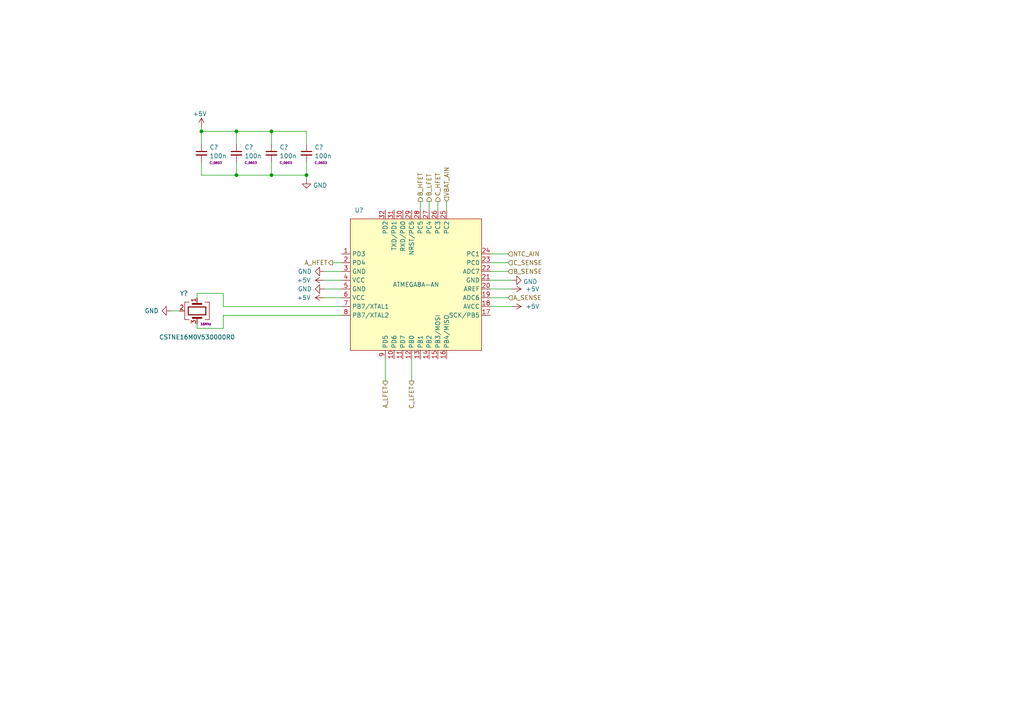
<source format=kicad_sch>
(kicad_sch (version 20211123) (generator eeschema)

  (uuid b20a6510-b808-44af-b31e-38d5700d40c4)

  (paper "A4")

  (lib_symbols
    (symbol "C_Capacitor:C_0603" (pin_numbers hide) (pin_names (offset 1.016)) (in_bom yes) (on_board yes)
      (property "Reference" "C" (id 0) (at 3.175 1.905 0)
        (effects (font (size 1.27 1.27)))
      )
      (property "Value" "C_0603" (id 1) (at 5.715 0 0)
        (effects (font (size 1.27 1.27)))
      )
      (property "Footprint" "C_Capacitor:C_0603" (id 2) (at -3.175 0 90)
        (effects (font (size 1.27 1.27)) hide)
      )
      (property "Datasheet" "" (id 3) (at 2.54 2.54 0)
        (effects (font (size 1.27 1.27)) hide)
      )
      (property "Size" "C_0603" (id 4) (at 4.445 -1.905 0)
        (effects (font (size 0.635 0.635)))
      )
      (symbol "C_0603_1_1"
        (polyline
          (pts
            (xy -1.524 -0.508)
            (xy 1.524 -0.508)
          )
          (stroke (width 0.3302) (type default) (color 0 0 0 0))
          (fill (type none))
        )
        (polyline
          (pts
            (xy -1.524 0.508)
            (xy 1.524 0.508)
          )
          (stroke (width 0.3048) (type default) (color 0 0 0 0))
          (fill (type none))
        )
        (pin passive line (at 0 2.54 270) (length 2.032)
          (name "~" (effects (font (size 1.27 1.27))))
          (number "1" (effects (font (size 1.27 1.27))))
        )
        (pin passive line (at 0 -2.54 90) (length 2.032)
          (name "~" (effects (font (size 1.27 1.27))))
          (number "2" (effects (font (size 1.27 1.27))))
        )
      )
    )
    (symbol "U_MCU:ATMEGA8A-AN" (in_bom yes) (on_board yes)
      (property "Reference" "U" (id 0) (at 1.27 39.37 0)
        (effects (font (size 1.27 1.27)))
      )
      (property "Value" "ATMEGA8A-AN" (id 1) (at 19.05 17.78 0)
        (effects (font (size 1.27 1.27)))
      )
      (property "Footprint" "U_IC:LQFP32_08_7x7" (id 2) (at 19.05 -15.24 0)
        (effects (font (size 1.27 1.27)) hide)
      )
      (property "Datasheet" "https://ww1.microchip.com/downloads/en/DeviceDoc/ATmega8A-Data-Sheet-DS40001974B.pdf" (id 3) (at 19.05 -17.78 0)
        (effects (font (size 1.27 1.27)) hide)
      )
      (property "ki_keywords" "IC MCU 8BIT 8KB FLASH 32TQFP" (id 4) (at 0 0 0)
        (effects (font (size 1.27 1.27)) hide)
      )
      (property "ki_description" "IC MCU 8BIT 8KB FLASH 32TQFP" (id 5) (at 0 0 0)
        (effects (font (size 1.27 1.27)) hide)
      )
      (symbol "ATMEGA8A-AN_0_1"
        (rectangle (start 0 38.1) (end 38.1 0)
          (stroke (width 0) (type default) (color 0 0 0 0))
          (fill (type background))
        )
      )
      (symbol "ATMEGA8A-AN_1_1"
        (pin bidirectional line (at -2.54 27.94 0) (length 2.54)
          (name "PD3" (effects (font (size 1.27 1.27))))
          (number "1" (effects (font (size 1.27 1.27))))
        )
        (pin bidirectional line (at 12.7 -2.54 90) (length 2.54)
          (name "PD6" (effects (font (size 1.27 1.27))))
          (number "10" (effects (font (size 1.27 1.27))))
        )
        (pin bidirectional line (at 15.24 -2.54 90) (length 2.54)
          (name "PD7" (effects (font (size 1.27 1.27))))
          (number "11" (effects (font (size 1.27 1.27))))
        )
        (pin bidirectional line (at 17.78 -2.54 90) (length 2.54)
          (name "PB0" (effects (font (size 1.27 1.27))))
          (number "12" (effects (font (size 1.27 1.27))))
        )
        (pin bidirectional line (at 20.32 -2.54 90) (length 2.54)
          (name "PB1" (effects (font (size 1.27 1.27))))
          (number "13" (effects (font (size 1.27 1.27))))
        )
        (pin bidirectional line (at 22.86 -2.54 90) (length 2.54)
          (name "PB2" (effects (font (size 1.27 1.27))))
          (number "14" (effects (font (size 1.27 1.27))))
        )
        (pin bidirectional line (at 25.4 -2.54 90) (length 2.54)
          (name "PB3/MOSI" (effects (font (size 1.27 1.27))))
          (number "15" (effects (font (size 1.27 1.27))))
        )
        (pin bidirectional line (at 27.94 -2.54 90) (length 2.54)
          (name "PB4/MISO" (effects (font (size 1.27 1.27))))
          (number "16" (effects (font (size 1.27 1.27))))
        )
        (pin power_in line (at 40.64 10.16 180) (length 2.54)
          (name "SCK/PB5" (effects (font (size 1.27 1.27))))
          (number "17" (effects (font (size 1.27 1.27))))
        )
        (pin power_in line (at 40.64 12.7 180) (length 2.54)
          (name "AVCC" (effects (font (size 1.27 1.27))))
          (number "18" (effects (font (size 1.27 1.27))))
        )
        (pin input line (at 40.64 15.24 180) (length 2.54)
          (name "ADC6" (effects (font (size 1.27 1.27))))
          (number "19" (effects (font (size 1.27 1.27))))
        )
        (pin bidirectional line (at -2.54 25.4 0) (length 2.54)
          (name "PD4" (effects (font (size 1.27 1.27))))
          (number "2" (effects (font (size 1.27 1.27))))
        )
        (pin input line (at 40.64 17.78 180) (length 2.54)
          (name "AREF" (effects (font (size 1.27 1.27))))
          (number "20" (effects (font (size 1.27 1.27))))
        )
        (pin power_in line (at 40.64 20.32 180) (length 2.54)
          (name "GND" (effects (font (size 1.27 1.27))))
          (number "21" (effects (font (size 1.27 1.27))))
        )
        (pin input line (at 40.64 22.86 180) (length 2.54)
          (name "ADC7" (effects (font (size 1.27 1.27))))
          (number "22" (effects (font (size 1.27 1.27))))
        )
        (pin bidirectional line (at 40.64 25.4 180) (length 2.54)
          (name "PC0" (effects (font (size 1.27 1.27))))
          (number "23" (effects (font (size 1.27 1.27))))
        )
        (pin bidirectional line (at 40.64 27.94 180) (length 2.54)
          (name "PC1" (effects (font (size 1.27 1.27))))
          (number "24" (effects (font (size 1.27 1.27))))
        )
        (pin bidirectional line (at 27.94 40.64 270) (length 2.54)
          (name "PC2" (effects (font (size 1.27 1.27))))
          (number "25" (effects (font (size 1.27 1.27))))
        )
        (pin bidirectional line (at 25.4 40.64 270) (length 2.54)
          (name "PC3" (effects (font (size 1.27 1.27))))
          (number "26" (effects (font (size 1.27 1.27))))
        )
        (pin bidirectional line (at 22.86 40.64 270) (length 2.54)
          (name "PC4" (effects (font (size 1.27 1.27))))
          (number "27" (effects (font (size 1.27 1.27))))
        )
        (pin bidirectional line (at 20.32 40.64 270) (length 2.54)
          (name "PC5" (effects (font (size 1.27 1.27))))
          (number "28" (effects (font (size 1.27 1.27))))
        )
        (pin bidirectional line (at 17.78 40.64 270) (length 2.54)
          (name "NRST/PC5" (effects (font (size 1.27 1.27))))
          (number "29" (effects (font (size 1.27 1.27))))
        )
        (pin power_in line (at -2.54 22.86 0) (length 2.54)
          (name "GND" (effects (font (size 1.27 1.27))))
          (number "3" (effects (font (size 1.27 1.27))))
        )
        (pin bidirectional line (at 15.24 40.64 270) (length 2.54)
          (name "RXD/PD0" (effects (font (size 1.27 1.27))))
          (number "30" (effects (font (size 1.27 1.27))))
        )
        (pin bidirectional line (at 12.7 40.64 270) (length 2.54)
          (name "TXD/PD1" (effects (font (size 1.27 1.27))))
          (number "31" (effects (font (size 1.27 1.27))))
        )
        (pin bidirectional line (at 10.16 40.64 270) (length 2.54)
          (name "PD2" (effects (font (size 1.27 1.27))))
          (number "32" (effects (font (size 1.27 1.27))))
        )
        (pin power_in line (at -2.54 20.32 0) (length 2.54)
          (name "VCC" (effects (font (size 1.27 1.27))))
          (number "4" (effects (font (size 1.27 1.27))))
        )
        (pin power_in line (at -2.54 17.78 0) (length 2.54)
          (name "GND" (effects (font (size 1.27 1.27))))
          (number "5" (effects (font (size 1.27 1.27))))
        )
        (pin power_in line (at -2.54 15.24 0) (length 2.54)
          (name "VCC" (effects (font (size 1.27 1.27))))
          (number "6" (effects (font (size 1.27 1.27))))
        )
        (pin bidirectional line (at -2.54 12.7 0) (length 2.54)
          (name "PB7/XTAL1" (effects (font (size 1.27 1.27))))
          (number "7" (effects (font (size 1.27 1.27))))
        )
        (pin bidirectional line (at -2.54 10.16 0) (length 2.54)
          (name "PB7/XTAL2" (effects (font (size 1.27 1.27))))
          (number "8" (effects (font (size 1.27 1.27))))
        )
        (pin bidirectional line (at 10.16 -2.54 90) (length 2.54)
          (name "PD5" (effects (font (size 1.27 1.27))))
          (number "9" (effects (font (size 1.27 1.27))))
        )
      )
    )
    (symbol "Y_Oscillator:CSTNE16M0V530000R0" (pin_names hide) (in_bom yes) (on_board yes)
      (property "Reference" "Y" (id 0) (at -2.54 7.62 0)
        (effects (font (size 1.27 1.27)))
      )
      (property "Value" "CSTNE16M0V530000R0" (id 1) (at 0 5.08 0)
        (effects (font (size 1.27 1.27)))
      )
      (property "Footprint" "Y_Oscillator:Oscillator_SMD3_3.2x1.3" (id 2) (at 0 -12.7 0)
        (effects (font (size 1.27 1.27)) hide)
      )
      (property "Datasheet" "https://www.murata.com/en/products/productdata/8801162231838/SPEC-CSTNE16M0V530000R0.pdf" (id 3) (at 0 -12.7 0)
        (effects (font (size 1.27 1.27)) hide)
      )
      (property "Params" "16Mhz" (id 4) (at 6.35 3.81 0)
        (effects (font (size 0.63 0.63)))
      )
      (property "ki_keywords" "CERAMIC RES 16.0000MHZ 15PF SMD" (id 5) (at 0 0 0)
        (effects (font (size 1.27 1.27)) hide)
      )
      (property "ki_description" "CERAMIC RES 16.0000MHZ 15PF SMD" (id 6) (at 0 0 0)
        (effects (font (size 1.27 1.27)) hide)
      )
      (symbol "CSTNE16M0V530000R0_0_1"
        (rectangle (start -1.143 2.54) (end 1.143 -2.54)
          (stroke (width 0.3048) (type default) (color 0 0 0 0))
          (fill (type none))
        )
        (polyline
          (pts
            (xy -2.54 0)
            (xy -2.032 0)
          )
          (stroke (width 0) (type default) (color 0 0 0 0))
          (fill (type none))
        )
        (polyline
          (pts
            (xy -2.032 -1.27)
            (xy -2.032 1.27)
          )
          (stroke (width 0.508) (type default) (color 0 0 0 0))
          (fill (type none))
        )
        (polyline
          (pts
            (xy 0 -3.81)
            (xy 0 -3.556)
          )
          (stroke (width 0) (type default) (color 0 0 0 0))
          (fill (type none))
        )
        (polyline
          (pts
            (xy 2.032 -1.27)
            (xy 2.032 1.27)
          )
          (stroke (width 0.508) (type default) (color 0 0 0 0))
          (fill (type none))
        )
        (polyline
          (pts
            (xy 2.032 0)
            (xy 2.54 0)
          )
          (stroke (width 0) (type default) (color 0 0 0 0))
          (fill (type none))
        )
        (polyline
          (pts
            (xy -2.54 -2.286)
            (xy -2.54 -3.556)
            (xy 2.54 -3.556)
            (xy 2.54 -2.286)
          )
          (stroke (width 0) (type default) (color 0 0 0 0))
          (fill (type none))
        )
        (polyline
          (pts
            (xy -2.54 2.286)
            (xy -2.54 3.556)
            (xy 2.54 3.556)
            (xy 2.54 2.286)
          )
          (stroke (width 0) (type default) (color 0 0 0 0))
          (fill (type none))
        )
      )
      (symbol "CSTNE16M0V530000R0_1_1"
        (pin passive line (at -3.81 0 0) (length 1.27)
          (name "1" (effects (font (size 1.27 1.27))))
          (number "1" (effects (font (size 1.27 1.27))))
        )
        (pin power_in line (at 0 -5.08 90) (length 1.27)
          (name "2" (effects (font (size 1.27 1.27))))
          (number "2" (effects (font (size 1.27 1.27))))
        )
        (pin passive line (at 3.81 0 180) (length 1.27)
          (name "3" (effects (font (size 1.27 1.27))))
          (number "3" (effects (font (size 1.27 1.27))))
        )
      )
    )
    (symbol "power:+5V" (power) (pin_names (offset 0)) (in_bom yes) (on_board yes)
      (property "Reference" "#PWR" (id 0) (at 0 -3.81 0)
        (effects (font (size 1.27 1.27)) hide)
      )
      (property "Value" "+5V" (id 1) (at 0 3.556 0)
        (effects (font (size 1.27 1.27)))
      )
      (property "Footprint" "" (id 2) (at 0 0 0)
        (effects (font (size 1.27 1.27)) hide)
      )
      (property "Datasheet" "" (id 3) (at 0 0 0)
        (effects (font (size 1.27 1.27)) hide)
      )
      (property "ki_keywords" "power-flag" (id 4) (at 0 0 0)
        (effects (font (size 1.27 1.27)) hide)
      )
      (property "ki_description" "Power symbol creates a global label with name \"+5V\"" (id 5) (at 0 0 0)
        (effects (font (size 1.27 1.27)) hide)
      )
      (symbol "+5V_0_1"
        (polyline
          (pts
            (xy -0.762 1.27)
            (xy 0 2.54)
          )
          (stroke (width 0) (type default) (color 0 0 0 0))
          (fill (type none))
        )
        (polyline
          (pts
            (xy 0 0)
            (xy 0 2.54)
          )
          (stroke (width 0) (type default) (color 0 0 0 0))
          (fill (type none))
        )
        (polyline
          (pts
            (xy 0 2.54)
            (xy 0.762 1.27)
          )
          (stroke (width 0) (type default) (color 0 0 0 0))
          (fill (type none))
        )
      )
      (symbol "+5V_1_1"
        (pin power_in line (at 0 0 90) (length 0) hide
          (name "+5V" (effects (font (size 1.27 1.27))))
          (number "1" (effects (font (size 1.27 1.27))))
        )
      )
    )
    (symbol "power:GND" (power) (pin_names (offset 0)) (in_bom yes) (on_board yes)
      (property "Reference" "#PWR" (id 0) (at 0 -6.35 0)
        (effects (font (size 1.27 1.27)) hide)
      )
      (property "Value" "GND" (id 1) (at 0 -3.81 0)
        (effects (font (size 1.27 1.27)))
      )
      (property "Footprint" "" (id 2) (at 0 0 0)
        (effects (font (size 1.27 1.27)) hide)
      )
      (property "Datasheet" "" (id 3) (at 0 0 0)
        (effects (font (size 1.27 1.27)) hide)
      )
      (property "ki_keywords" "power-flag" (id 4) (at 0 0 0)
        (effects (font (size 1.27 1.27)) hide)
      )
      (property "ki_description" "Power symbol creates a global label with name \"GND\" , ground" (id 5) (at 0 0 0)
        (effects (font (size 1.27 1.27)) hide)
      )
      (symbol "GND_0_1"
        (polyline
          (pts
            (xy 0 0)
            (xy 0 -1.27)
            (xy 1.27 -1.27)
            (xy 0 -2.54)
            (xy -1.27 -1.27)
            (xy 0 -1.27)
          )
          (stroke (width 0) (type default) (color 0 0 0 0))
          (fill (type none))
        )
      )
      (symbol "GND_1_1"
        (pin power_in line (at 0 0 270) (length 0) hide
          (name "GND" (effects (font (size 1.27 1.27))))
          (number "1" (effects (font (size 1.27 1.27))))
        )
      )
    )
  )

  (junction (at 78.74 38.1) (diameter 0) (color 0 0 0 0)
    (uuid 41f47549-0a33-4784-a660-90be5c8c03a1)
  )
  (junction (at 68.58 50.8) (diameter 0) (color 0 0 0 0)
    (uuid 52062e94-4f99-4a20-95db-29a388f1bf12)
  )
  (junction (at 68.58 38.1) (diameter 0) (color 0 0 0 0)
    (uuid 533c2c1d-41fe-4f0c-8df4-4db1dd36ac25)
  )
  (junction (at 78.74 50.8) (diameter 0) (color 0 0 0 0)
    (uuid a8e7ad74-3afe-4454-896e-3aff465042ab)
  )
  (junction (at 88.9 50.8) (diameter 0) (color 0 0 0 0)
    (uuid ac38028d-d4eb-40b3-9171-e236235feab9)
  )
  (junction (at 58.42 38.1) (diameter 0) (color 0 0 0 0)
    (uuid d2a17fda-01b3-4334-92db-71312523bd78)
  )

  (wire (pts (xy 78.74 38.1) (xy 68.58 38.1))
    (stroke (width 0) (type default) (color 0 0 0 0))
    (uuid 06ae7cdf-fdcc-43c7-999c-441eb08cdf82)
  )
  (wire (pts (xy 78.74 38.1) (xy 78.74 41.91))
    (stroke (width 0) (type default) (color 0 0 0 0))
    (uuid 08b9052f-3f43-4a00-8143-882267cc1b74)
  )
  (wire (pts (xy 68.58 38.1) (xy 58.42 38.1))
    (stroke (width 0) (type default) (color 0 0 0 0))
    (uuid 0a75e44e-e772-434b-9e98-df0caa4e7a97)
  )
  (wire (pts (xy 88.9 50.8) (xy 78.74 50.8))
    (stroke (width 0) (type default) (color 0 0 0 0))
    (uuid 1b7355b4-389b-4d19-9066-1a28fa9975e2)
  )
  (wire (pts (xy 93.98 86.36) (xy 99.06 86.36))
    (stroke (width 0) (type default) (color 0 0 0 0))
    (uuid 1c0f10eb-1042-47df-8537-c0417bb9fa91)
  )
  (wire (pts (xy 96.52 76.2) (xy 99.06 76.2))
    (stroke (width 0) (type default) (color 0 0 0 0))
    (uuid 26b702cf-6d43-4416-b784-3a4a3d9c3184)
  )
  (wire (pts (xy 58.42 50.8) (xy 58.42 46.99))
    (stroke (width 0) (type default) (color 0 0 0 0))
    (uuid 2d8be55f-b554-4633-b97a-848b79185517)
  )
  (wire (pts (xy 78.74 46.99) (xy 78.74 50.8))
    (stroke (width 0) (type default) (color 0 0 0 0))
    (uuid 31d70f32-625a-4651-9052-be3335211398)
  )
  (wire (pts (xy 57.15 95.25) (xy 64.77 95.25))
    (stroke (width 0) (type default) (color 0 0 0 0))
    (uuid 32b85d19-242d-4354-916c-fa939c596675)
  )
  (wire (pts (xy 142.24 86.36) (xy 147.32 86.36))
    (stroke (width 0) (type default) (color 0 0 0 0))
    (uuid 34b406b1-2bbe-4bc5-a9b9-e7b5f66260f6)
  )
  (wire (pts (xy 121.92 58.42) (xy 121.92 60.96))
    (stroke (width 0) (type default) (color 0 0 0 0))
    (uuid 3598f95b-4b45-4e96-bff2-82ab538b98ac)
  )
  (wire (pts (xy 64.77 88.9) (xy 64.77 85.09))
    (stroke (width 0) (type default) (color 0 0 0 0))
    (uuid 3a8b1fe6-c4fc-49be-a8bb-c3ce0de09356)
  )
  (wire (pts (xy 58.42 38.1) (xy 58.42 41.91))
    (stroke (width 0) (type default) (color 0 0 0 0))
    (uuid 3c1118ea-3a9b-4c7d-af52-6c278b0a59a4)
  )
  (wire (pts (xy 93.98 83.82) (xy 99.06 83.82))
    (stroke (width 0) (type default) (color 0 0 0 0))
    (uuid 3e529d86-550c-483e-bc0c-f01accebf890)
  )
  (wire (pts (xy 142.24 81.28) (xy 148.59 81.28))
    (stroke (width 0) (type default) (color 0 0 0 0))
    (uuid 424b1a2b-ff60-4a4b-a32a-40bb5e360a37)
  )
  (wire (pts (xy 142.24 73.66) (xy 147.32 73.66))
    (stroke (width 0) (type default) (color 0 0 0 0))
    (uuid 44e47948-d106-4e8c-9ce0-ea0ab2f77fcc)
  )
  (wire (pts (xy 68.58 46.99) (xy 68.58 50.8))
    (stroke (width 0) (type default) (color 0 0 0 0))
    (uuid 4cb9cfdf-0f97-42f2-8601-764b40f27fdb)
  )
  (wire (pts (xy 57.15 85.09) (xy 57.15 86.36))
    (stroke (width 0) (type default) (color 0 0 0 0))
    (uuid 4da37906-125f-4808-83d4-9e56b28ada0c)
  )
  (wire (pts (xy 64.77 85.09) (xy 57.15 85.09))
    (stroke (width 0) (type default) (color 0 0 0 0))
    (uuid 4f472e81-75ce-4abc-89c9-9126f69242d6)
  )
  (wire (pts (xy 142.24 88.9) (xy 148.59 88.9))
    (stroke (width 0) (type default) (color 0 0 0 0))
    (uuid 5278691b-2f82-4fed-a9cd-559f2cd044e0)
  )
  (wire (pts (xy 93.98 78.74) (xy 99.06 78.74))
    (stroke (width 0) (type default) (color 0 0 0 0))
    (uuid 66bec9a7-6fd2-4157-8151-24145e4ef6c8)
  )
  (wire (pts (xy 58.42 36.83) (xy 58.42 38.1))
    (stroke (width 0) (type default) (color 0 0 0 0))
    (uuid 6e00a3c0-9ea9-4258-b8dc-2b934438ba3c)
  )
  (wire (pts (xy 88.9 41.91) (xy 88.9 38.1))
    (stroke (width 0) (type default) (color 0 0 0 0))
    (uuid 7b3a1cc4-e39a-45f5-b0f0-17e226d6a60a)
  )
  (wire (pts (xy 64.77 91.44) (xy 99.06 91.44))
    (stroke (width 0) (type default) (color 0 0 0 0))
    (uuid 7f51edb7-4bf6-4ad2-9e6d-b01650ce02d6)
  )
  (wire (pts (xy 88.9 46.99) (xy 88.9 50.8))
    (stroke (width 0) (type default) (color 0 0 0 0))
    (uuid 833d4aa4-1efd-4543-b253-fd4d04984078)
  )
  (wire (pts (xy 99.06 88.9) (xy 64.77 88.9))
    (stroke (width 0) (type default) (color 0 0 0 0))
    (uuid 8494f42b-ae3f-4b38-b298-42625e002074)
  )
  (wire (pts (xy 111.76 104.14) (xy 111.76 110.49))
    (stroke (width 0) (type default) (color 0 0 0 0))
    (uuid 884464b1-b327-4efd-b385-b7cf73d0b670)
  )
  (wire (pts (xy 142.24 83.82) (xy 148.59 83.82))
    (stroke (width 0) (type default) (color 0 0 0 0))
    (uuid 8b7d485c-ee50-499b-8b26-c0735bea77ac)
  )
  (wire (pts (xy 49.53 90.17) (xy 52.07 90.17))
    (stroke (width 0) (type default) (color 0 0 0 0))
    (uuid 967f2b9b-e4e3-42a8-9136-a3ee73e9b61c)
  )
  (wire (pts (xy 88.9 50.8) (xy 88.9 52.07))
    (stroke (width 0) (type default) (color 0 0 0 0))
    (uuid 9e17429d-edbc-473e-bbdd-53dab6d7be8c)
  )
  (wire (pts (xy 88.9 38.1) (xy 78.74 38.1))
    (stroke (width 0) (type default) (color 0 0 0 0))
    (uuid a294da73-8ac7-4be2-a700-fed8717dc24c)
  )
  (wire (pts (xy 127 58.42) (xy 127 60.96))
    (stroke (width 0) (type default) (color 0 0 0 0))
    (uuid a915f0e9-9971-4324-bf54-7bbe25eed37d)
  )
  (wire (pts (xy 78.74 50.8) (xy 68.58 50.8))
    (stroke (width 0) (type default) (color 0 0 0 0))
    (uuid acd211a9-26c4-44ac-8242-2171101958e6)
  )
  (wire (pts (xy 68.58 38.1) (xy 68.58 41.91))
    (stroke (width 0) (type default) (color 0 0 0 0))
    (uuid b5975d11-c667-4a46-a200-20587a659fe1)
  )
  (wire (pts (xy 124.46 58.42) (xy 124.46 60.96))
    (stroke (width 0) (type default) (color 0 0 0 0))
    (uuid ba5a8a6f-bf3c-44ef-ad97-dfa6dc5160cc)
  )
  (wire (pts (xy 142.24 78.74) (xy 147.32 78.74))
    (stroke (width 0) (type default) (color 0 0 0 0))
    (uuid c2b1373a-392d-4efb-b42b-312e7a9e76e6)
  )
  (wire (pts (xy 129.54 58.42) (xy 129.54 60.96))
    (stroke (width 0) (type default) (color 0 0 0 0))
    (uuid c6ce2276-7031-4d64-8c27-d0c06260ce4f)
  )
  (wire (pts (xy 68.58 50.8) (xy 58.42 50.8))
    (stroke (width 0) (type default) (color 0 0 0 0))
    (uuid d0d35b47-1164-4c62-b8a6-165ca198ab10)
  )
  (wire (pts (xy 93.98 81.28) (xy 99.06 81.28))
    (stroke (width 0) (type default) (color 0 0 0 0))
    (uuid dde71014-cbac-41dd-8394-887f1edc2195)
  )
  (wire (pts (xy 119.38 104.14) (xy 119.38 110.49))
    (stroke (width 0) (type default) (color 0 0 0 0))
    (uuid e028a647-7c52-4dc3-865c-ab32299e470e)
  )
  (wire (pts (xy 64.77 95.25) (xy 64.77 91.44))
    (stroke (width 0) (type default) (color 0 0 0 0))
    (uuid ef738ab1-8acc-48f7-9094-864f230ce98c)
  )
  (wire (pts (xy 142.24 76.2) (xy 147.32 76.2))
    (stroke (width 0) (type default) (color 0 0 0 0))
    (uuid f1ca42b4-8c0a-4542-9060-deb952d3893c)
  )
  (wire (pts (xy 57.15 93.98) (xy 57.15 95.25))
    (stroke (width 0) (type default) (color 0 0 0 0))
    (uuid f8e58e51-91e5-4050-ae7e-38ccdbbd1c27)
  )

  (hierarchical_label "C_LFET" (shape output) (at 119.38 110.49 270)
    (effects (font (size 1.27 1.27)) (justify right))
    (uuid 418f3791-a6ad-4c49-82af-7bb1a1282e1c)
  )
  (hierarchical_label "VBAT_AIN" (shape input) (at 129.54 58.42 90)
    (effects (font (size 1.27 1.27)) (justify left))
    (uuid 432e80d0-cca8-48a3-acb1-432dce4d12cd)
  )
  (hierarchical_label "C_SENSE" (shape input) (at 147.32 76.2 0)
    (effects (font (size 1.27 1.27)) (justify left))
    (uuid 56eb8918-ef86-48d7-a141-69c185121cc2)
  )
  (hierarchical_label "A_HFET" (shape output) (at 96.52 76.2 180)
    (effects (font (size 1.27 1.27)) (justify right))
    (uuid 5c1cb922-6eb0-4cee-9352-5f78d184ffec)
  )
  (hierarchical_label "NTC_AIN" (shape input) (at 147.32 73.66 0)
    (effects (font (size 1.27 1.27)) (justify left))
    (uuid 5c498503-5b26-4e8f-906b-e0577cd336bb)
  )
  (hierarchical_label "A_SENSE" (shape input) (at 147.32 86.36 0)
    (effects (font (size 1.27 1.27)) (justify left))
    (uuid 78030fb8-ca69-4bcc-b538-f4e6d4b32ccb)
  )
  (hierarchical_label "C_HFET" (shape output) (at 127 58.42 90)
    (effects (font (size 1.27 1.27)) (justify left))
    (uuid ac825448-fd2a-4640-aada-d590e899c122)
  )
  (hierarchical_label "A_LFET" (shape output) (at 111.76 110.49 270)
    (effects (font (size 1.27 1.27)) (justify right))
    (uuid afb0ef5e-3559-4161-97a9-45c3e170d2c2)
  )
  (hierarchical_label "B_LFET" (shape output) (at 124.46 58.42 90)
    (effects (font (size 1.27 1.27)) (justify left))
    (uuid bbaf5ec8-a7e4-493d-8c8b-f0f7a305ed81)
  )
  (hierarchical_label "B_SENSE" (shape input) (at 147.32 78.74 0)
    (effects (font (size 1.27 1.27)) (justify left))
    (uuid c8b5a90d-1d31-4c01-9706-09c08042af31)
  )
  (hierarchical_label "B_HFET" (shape output) (at 121.92 58.42 90)
    (effects (font (size 1.27 1.27)) (justify left))
    (uuid db0f339f-a0ad-4e31-bbb9-6d8c6b7cdee6)
  )

  (symbol (lib_id "power:+5V") (at 93.98 81.28 90) (unit 1)
    (in_bom yes) (on_board yes)
    (uuid 2790ea62-b87c-4368-91dd-07cfef8fd569)
    (property "Reference" "#PWR?" (id 0) (at 97.79 81.28 0)
      (effects (font (size 1.27 1.27)) hide)
    )
    (property "Value" "+5V" (id 1) (at 90.17 81.28 90)
      (effects (font (size 1.27 1.27)) (justify left))
    )
    (property "Footprint" "" (id 2) (at 93.98 81.28 0)
      (effects (font (size 1.27 1.27)) hide)
    )
    (property "Datasheet" "" (id 3) (at 93.98 81.28 0)
      (effects (font (size 1.27 1.27)) hide)
    )
    (pin "1" (uuid e6e4946f-0404-4ced-a14f-28aae2d31e32))
  )

  (symbol (lib_id "power:GND") (at 49.53 90.17 270) (unit 1)
    (in_bom yes) (on_board yes)
    (uuid 2e1700ff-070e-4a41-a4a3-4356582b7de7)
    (property "Reference" "#PWR?" (id 0) (at 43.18 90.17 0)
      (effects (font (size 1.27 1.27)) hide)
    )
    (property "Value" "GND" (id 1) (at 41.91 90.17 90)
      (effects (font (size 1.27 1.27)) (justify left))
    )
    (property "Footprint" "" (id 2) (at 49.53 90.17 0)
      (effects (font (size 1.27 1.27)) hide)
    )
    (property "Datasheet" "" (id 3) (at 49.53 90.17 0)
      (effects (font (size 1.27 1.27)) hide)
    )
    (pin "1" (uuid 193a8580-a4f9-42a4-9adf-c8ffe7674705))
  )

  (symbol (lib_id "C_Capacitor:C_0603") (at 78.74 44.45 0) (unit 1)
    (in_bom yes) (on_board yes) (fields_autoplaced)
    (uuid 398ea0a6-f9fe-486c-b3fc-845ffb587082)
    (property "Reference" "C?" (id 0) (at 81.0641 42.707 0)
      (effects (font (size 1.27 1.27)) (justify left))
    )
    (property "Value" "100n" (id 1) (at 81.0641 45.2439 0)
      (effects (font (size 1.27 1.27)) (justify left))
    )
    (property "Footprint" "C_Capacitor:C_0603" (id 2) (at 75.565 44.45 90)
      (effects (font (size 1.27 1.27)) hide)
    )
    (property "Datasheet" "" (id 3) (at 81.28 41.91 0)
      (effects (font (size 1.27 1.27)) hide)
    )
    (property "Size" "C_0603" (id 4) (at 81.0641 47.2102 0)
      (effects (font (size 0.635 0.635)) (justify left))
    )
    (pin "1" (uuid 282bb3aa-612c-4b8e-8aca-b04b702d932d))
    (pin "2" (uuid 01465671-fcff-4bcb-9094-24239a50838e))
  )

  (symbol (lib_id "power:+5V") (at 148.59 83.82 270) (unit 1)
    (in_bom yes) (on_board yes)
    (uuid 3f2aff24-d405-494e-a9f5-fc0bb18f1b25)
    (property "Reference" "#PWR?" (id 0) (at 144.78 83.82 0)
      (effects (font (size 1.27 1.27)) hide)
    )
    (property "Value" "+5V" (id 1) (at 152.4 83.82 90)
      (effects (font (size 1.27 1.27)) (justify left))
    )
    (property "Footprint" "" (id 2) (at 148.59 83.82 0)
      (effects (font (size 1.27 1.27)) hide)
    )
    (property "Datasheet" "" (id 3) (at 148.59 83.82 0)
      (effects (font (size 1.27 1.27)) hide)
    )
    (pin "1" (uuid 7414be7e-8ab8-4bea-b58e-05d0ac7e7f05))
  )

  (symbol (lib_id "C_Capacitor:C_0603") (at 88.9 44.45 0) (unit 1)
    (in_bom yes) (on_board yes) (fields_autoplaced)
    (uuid 41a54d32-c902-45a5-8f22-2aab97efcfe0)
    (property "Reference" "C?" (id 0) (at 91.2241 42.707 0)
      (effects (font (size 1.27 1.27)) (justify left))
    )
    (property "Value" "100n" (id 1) (at 91.2241 45.2439 0)
      (effects (font (size 1.27 1.27)) (justify left))
    )
    (property "Footprint" "C_Capacitor:C_0603" (id 2) (at 85.725 44.45 90)
      (effects (font (size 1.27 1.27)) hide)
    )
    (property "Datasheet" "" (id 3) (at 91.44 41.91 0)
      (effects (font (size 1.27 1.27)) hide)
    )
    (property "Size" "C_0603" (id 4) (at 91.2241 47.2102 0)
      (effects (font (size 0.635 0.635)) (justify left))
    )
    (pin "1" (uuid ff17619e-e8ad-4f55-bfa1-de1960e6bfb8))
    (pin "2" (uuid 092fd6c6-acb9-4eac-93d6-2c34894f4a0d))
  )

  (symbol (lib_id "power:+5V") (at 93.98 86.36 90) (unit 1)
    (in_bom yes) (on_board yes)
    (uuid 61b49617-a56e-4de8-b216-6e03e4cc29b6)
    (property "Reference" "#PWR?" (id 0) (at 97.79 86.36 0)
      (effects (font (size 1.27 1.27)) hide)
    )
    (property "Value" "+5V" (id 1) (at 90.17 86.36 90)
      (effects (font (size 1.27 1.27)) (justify left))
    )
    (property "Footprint" "" (id 2) (at 93.98 86.36 0)
      (effects (font (size 1.27 1.27)) hide)
    )
    (property "Datasheet" "" (id 3) (at 93.98 86.36 0)
      (effects (font (size 1.27 1.27)) hide)
    )
    (pin "1" (uuid 4697e699-b758-4c14-b1cd-e47ee61e7d5b))
  )

  (symbol (lib_id "power:GND") (at 88.9 52.07 0) (unit 1)
    (in_bom yes) (on_board yes) (fields_autoplaced)
    (uuid 86977e70-5bb3-4a43-aadb-b73b7a255f17)
    (property "Reference" "#PWR?" (id 0) (at 88.9 58.42 0)
      (effects (font (size 1.27 1.27)) hide)
    )
    (property "Value" "GND" (id 1) (at 90.805 53.7738 0)
      (effects (font (size 1.27 1.27)) (justify left))
    )
    (property "Footprint" "" (id 2) (at 88.9 52.07 0)
      (effects (font (size 1.27 1.27)) hide)
    )
    (property "Datasheet" "" (id 3) (at 88.9 52.07 0)
      (effects (font (size 1.27 1.27)) hide)
    )
    (pin "1" (uuid 3397d465-d298-43d2-8028-3f735cb5b33f))
  )

  (symbol (lib_id "power:GND") (at 148.59 81.28 90) (unit 1)
    (in_bom yes) (on_board yes) (fields_autoplaced)
    (uuid 87ce4190-2893-4fd2-865c-bde364fd9084)
    (property "Reference" "#PWR?" (id 0) (at 154.94 81.28 0)
      (effects (font (size 1.27 1.27)) hide)
    )
    (property "Value" "GND" (id 1) (at 151.765 81.7138 90)
      (effects (font (size 1.27 1.27)) (justify right))
    )
    (property "Footprint" "" (id 2) (at 148.59 81.28 0)
      (effects (font (size 1.27 1.27)) hide)
    )
    (property "Datasheet" "" (id 3) (at 148.59 81.28 0)
      (effects (font (size 1.27 1.27)) hide)
    )
    (pin "1" (uuid d7a7712d-ad06-4eda-a803-c6154ec737c9))
  )

  (symbol (lib_id "C_Capacitor:C_0603") (at 68.58 44.45 0) (unit 1)
    (in_bom yes) (on_board yes) (fields_autoplaced)
    (uuid 8c6402f6-d1cd-48f0-83e7-512278a420e6)
    (property "Reference" "C?" (id 0) (at 70.9041 42.707 0)
      (effects (font (size 1.27 1.27)) (justify left))
    )
    (property "Value" "100n" (id 1) (at 70.9041 45.2439 0)
      (effects (font (size 1.27 1.27)) (justify left))
    )
    (property "Footprint" "C_Capacitor:C_0603" (id 2) (at 65.405 44.45 90)
      (effects (font (size 1.27 1.27)) hide)
    )
    (property "Datasheet" "" (id 3) (at 71.12 41.91 0)
      (effects (font (size 1.27 1.27)) hide)
    )
    (property "Size" "C_0603" (id 4) (at 70.9041 47.2102 0)
      (effects (font (size 0.635 0.635)) (justify left))
    )
    (pin "1" (uuid e1dc4006-ffea-49d4-bc92-7dba12d410bc))
    (pin "2" (uuid 6ff0e3a9-9668-46aa-ba21-95cf826726ec))
  )

  (symbol (lib_id "power:+5V") (at 58.42 36.83 0) (unit 1)
    (in_bom yes) (on_board yes)
    (uuid 97b635b6-0af6-43bf-813b-a3a236c32e1f)
    (property "Reference" "#PWR?" (id 0) (at 58.42 40.64 0)
      (effects (font (size 1.27 1.27)) hide)
    )
    (property "Value" "+5V" (id 1) (at 55.88 33.02 0)
      (effects (font (size 1.27 1.27)) (justify left))
    )
    (property "Footprint" "" (id 2) (at 58.42 36.83 0)
      (effects (font (size 1.27 1.27)) hide)
    )
    (property "Datasheet" "" (id 3) (at 58.42 36.83 0)
      (effects (font (size 1.27 1.27)) hide)
    )
    (pin "1" (uuid 056e944f-3300-4a90-923c-d6c2ef6550d0))
  )

  (symbol (lib_id "Y_Oscillator:CSTNE16M0V530000R0") (at 57.15 90.17 270) (unit 1)
    (in_bom yes) (on_board yes)
    (uuid b0d2194d-f738-4ed9-b6dc-9c3215274cde)
    (property "Reference" "Y?" (id 0) (at 53.34 85.09 90))
    (property "Value" "CSTNE16M0V530000R0" (id 1) (at 57.15 97.79 90))
    (property "Footprint" "Y_Oscillator:Oscillator_SMD3_3.2x1.3" (id 2) (at 44.45 90.17 0)
      (effects (font (size 1.27 1.27)) hide)
    )
    (property "Datasheet" "https://www.murata.com/en/products/productdata/8801162231838/SPEC-CSTNE16M0V530000R0.pdf" (id 3) (at 44.45 90.17 0)
      (effects (font (size 1.27 1.27)) hide)
    )
    (property "Params" "16Mhz" (id 4) (at 59.69 93.98 90)
      (effects (font (size 0.63 0.63)))
    )
    (pin "1" (uuid 656aa515-a453-437e-8171-7136a98f0d1d))
    (pin "2" (uuid cc8c7978-0ee2-47af-888c-cf4e5cd41dbd))
    (pin "3" (uuid 4ef0bc27-0ebf-4263-b983-e8c6de84252c))
  )

  (symbol (lib_id "C_Capacitor:C_0603") (at 58.42 44.45 0) (unit 1)
    (in_bom yes) (on_board yes) (fields_autoplaced)
    (uuid b528b82a-8790-4aed-8822-92aad1c1cce9)
    (property "Reference" "C?" (id 0) (at 60.7441 42.707 0)
      (effects (font (size 1.27 1.27)) (justify left))
    )
    (property "Value" "100n" (id 1) (at 60.7441 45.2439 0)
      (effects (font (size 1.27 1.27)) (justify left))
    )
    (property "Footprint" "C_Capacitor:C_0603" (id 2) (at 55.245 44.45 90)
      (effects (font (size 1.27 1.27)) hide)
    )
    (property "Datasheet" "" (id 3) (at 60.96 41.91 0)
      (effects (font (size 1.27 1.27)) hide)
    )
    (property "Size" "C_0603" (id 4) (at 60.7441 47.2102 0)
      (effects (font (size 0.635 0.635)) (justify left))
    )
    (pin "1" (uuid c631499b-2c92-422c-bab6-ad53e440b465))
    (pin "2" (uuid b48c9981-c634-42f5-aa5a-1c11ba2df30e))
  )

  (symbol (lib_id "power:GND") (at 93.98 78.74 270) (unit 1)
    (in_bom yes) (on_board yes)
    (uuid cbbaa2e6-4815-4ac2-9543-8f454f475477)
    (property "Reference" "#PWR?" (id 0) (at 87.63 78.74 0)
      (effects (font (size 1.27 1.27)) hide)
    )
    (property "Value" "GND" (id 1) (at 86.36 78.74 90)
      (effects (font (size 1.27 1.27)) (justify left))
    )
    (property "Footprint" "" (id 2) (at 93.98 78.74 0)
      (effects (font (size 1.27 1.27)) hide)
    )
    (property "Datasheet" "" (id 3) (at 93.98 78.74 0)
      (effects (font (size 1.27 1.27)) hide)
    )
    (pin "1" (uuid 3bb486c8-72d6-4272-8642-95dbaf4cd07b))
  )

  (symbol (lib_id "power:+5V") (at 148.59 88.9 270) (unit 1)
    (in_bom yes) (on_board yes)
    (uuid cbfe5b1c-4bc3-4d61-96da-134b9d30ba8c)
    (property "Reference" "#PWR?" (id 0) (at 144.78 88.9 0)
      (effects (font (size 1.27 1.27)) hide)
    )
    (property "Value" "+5V" (id 1) (at 152.4 88.9 90)
      (effects (font (size 1.27 1.27)) (justify left))
    )
    (property "Footprint" "" (id 2) (at 148.59 88.9 0)
      (effects (font (size 1.27 1.27)) hide)
    )
    (property "Datasheet" "" (id 3) (at 148.59 88.9 0)
      (effects (font (size 1.27 1.27)) hide)
    )
    (pin "1" (uuid ef030315-e751-4446-a654-458130e355e7))
  )

  (symbol (lib_id "power:GND") (at 93.98 83.82 270) (unit 1)
    (in_bom yes) (on_board yes)
    (uuid cf8b04d1-58bf-452a-beb1-1f15c2969c79)
    (property "Reference" "#PWR?" (id 0) (at 87.63 83.82 0)
      (effects (font (size 1.27 1.27)) hide)
    )
    (property "Value" "GND" (id 1) (at 86.36 83.82 90)
      (effects (font (size 1.27 1.27)) (justify left))
    )
    (property "Footprint" "" (id 2) (at 93.98 83.82 0)
      (effects (font (size 1.27 1.27)) hide)
    )
    (property "Datasheet" "" (id 3) (at 93.98 83.82 0)
      (effects (font (size 1.27 1.27)) hide)
    )
    (pin "1" (uuid ca92ea3f-1946-448d-bf7a-9b35f0164fc4))
  )

  (symbol (lib_id "U_MCU:ATMEGA8A-AN") (at 101.6 101.6 0) (unit 1)
    (in_bom yes) (on_board yes)
    (uuid d2c77160-ff94-4c27-8994-8ee0fbce11da)
    (property "Reference" "U?" (id 0) (at 104.14 60.96 0))
    (property "Value" "ATMEGA8A-AN" (id 1) (at 120.65 82.55 0))
    (property "Footprint" "U_IC:LQFP32_08_7x7" (id 2) (at 120.65 116.84 0)
      (effects (font (size 1.27 1.27)) hide)
    )
    (property "Datasheet" "https://ww1.microchip.com/downloads/en/DeviceDoc/ATmega8A-Data-Sheet-DS40001974B.pdf" (id 3) (at 120.65 119.38 0)
      (effects (font (size 1.27 1.27)) hide)
    )
    (pin "1" (uuid 785ff5ce-6e6d-4aa2-aebc-ea6828daa30d))
    (pin "10" (uuid 3e1761c0-0e4f-4433-bc3a-486708ca776b))
    (pin "11" (uuid 3e804829-d75d-4b44-b2d7-8fd08843a219))
    (pin "12" (uuid ad1d9961-da0a-4359-83ec-f6cc54eb9729))
    (pin "13" (uuid ef815951-494a-40c9-ba3c-b431ca6734f2))
    (pin "14" (uuid a1de31f3-a7a3-47ef-b01a-a3cb9e4857b1))
    (pin "15" (uuid 5f662905-5117-4f4d-9f7d-c33119c41746))
    (pin "16" (uuid de727e42-8a47-4914-9209-8e8599b88456))
    (pin "17" (uuid 054fdd28-64a0-4eac-98e2-0e25c6877ffb))
    (pin "18" (uuid bb425c82-59d6-482c-b428-c4c924ab399a))
    (pin "19" (uuid 8580968a-6d89-4688-a933-72cedbc7b2d0))
    (pin "2" (uuid 8140c3ce-025f-40cf-a66b-9bf833d1fe24))
    (pin "20" (uuid c8d2d1a0-cdf0-4ffb-877d-509cf83e1b48))
    (pin "21" (uuid a09593a4-070d-4e86-9bce-9e67e600ac25))
    (pin "22" (uuid d8a0db22-c115-4ef4-9fa0-eb1d911025c1))
    (pin "23" (uuid 16fad77a-101f-4bda-9843-354389ca2792))
    (pin "24" (uuid 006e56df-32fb-4614-ab55-bbd5b3e290a0))
    (pin "25" (uuid 92579bb8-05ab-48b7-bdec-c4aa05822add))
    (pin "26" (uuid d5a077ea-fa19-4dcc-8b9b-dca34057ef3f))
    (pin "27" (uuid ab42aaea-e648-47ae-9a81-2039d1b5828d))
    (pin "28" (uuid be32b2ac-7048-4a27-9790-86f4ab24fa29))
    (pin "29" (uuid 361648fd-a812-451b-b66a-15d2b6333d4a))
    (pin "3" (uuid 62273f41-ea6a-43bd-a7eb-4c9c3892eeb1))
    (pin "30" (uuid f5f1f6bb-22cb-4e62-997c-583303b823af))
    (pin "31" (uuid 9d9b95a7-7c9e-4387-9cb4-ca3f5c1dec8a))
    (pin "32" (uuid 66c95d4d-38e6-4a01-b2ba-77c6383b8318))
    (pin "4" (uuid 8fb435c8-0b9b-4bb6-9c04-eb6eb214d551))
    (pin "5" (uuid bb14c66e-9854-4ebb-8bad-2960091d10ee))
    (pin "6" (uuid c6090e49-f469-451c-9b33-3ce195424ac2))
    (pin "7" (uuid 9a8b765f-b3a9-4a90-a3ed-0cbff50c8ea1))
    (pin "8" (uuid 1e593f47-9286-46e9-86ca-3de3e8e9eedf))
    (pin "9" (uuid 169c67cb-35c1-4ddd-a1ee-30caa63c4a95))
  )
)

</source>
